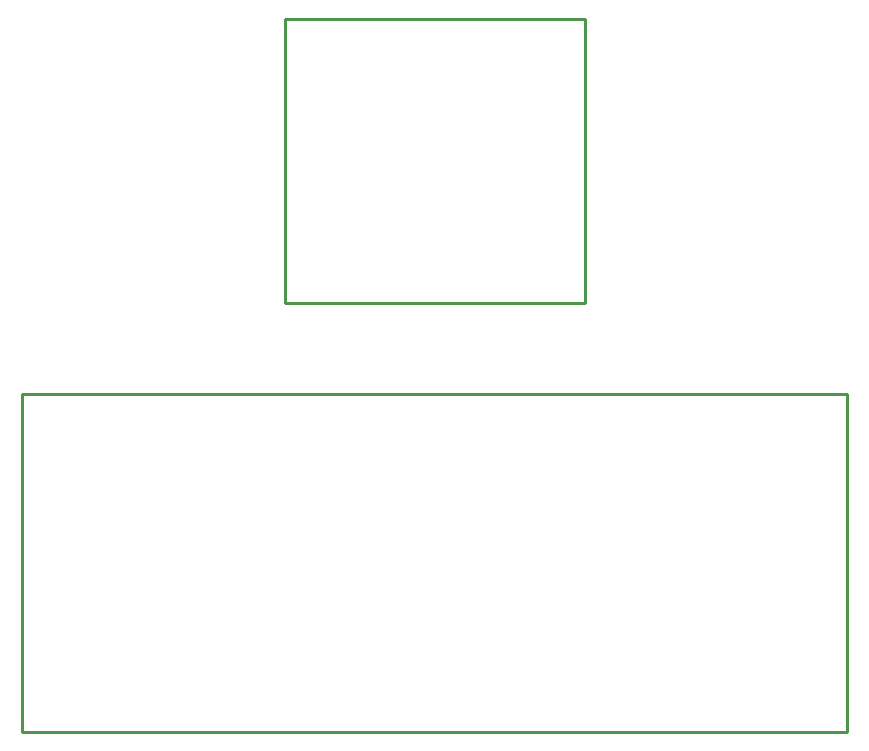
<source format=gbr>
G04 start of page 8 for group -4079 idx -4079 *
G04 Title: (unknown), topsilk *
G04 Creator: pcb 4.0.2 *
G04 CreationDate: Wed Jun 16 02:35:33 2021 UTC *
G04 For: railfan *
G04 Format: Gerber/RS-274X *
G04 PCB-Dimensions (mil): 3000.00 5000.00 *
G04 PCB-Coordinate-Origin: lower left *
%MOIN*%
%FSLAX25Y25*%
%LNTOPSILK*%
%ADD47C,0.0100*%
G54D47*X287500Y275000D02*Y162500D01*
X12500D01*
Y275000D01*
X287500D01*
X100000Y400000D02*X200000D01*
Y305500D01*
X100000D02*Y400000D01*
X200000Y305500D02*X100000D01*
M02*

</source>
